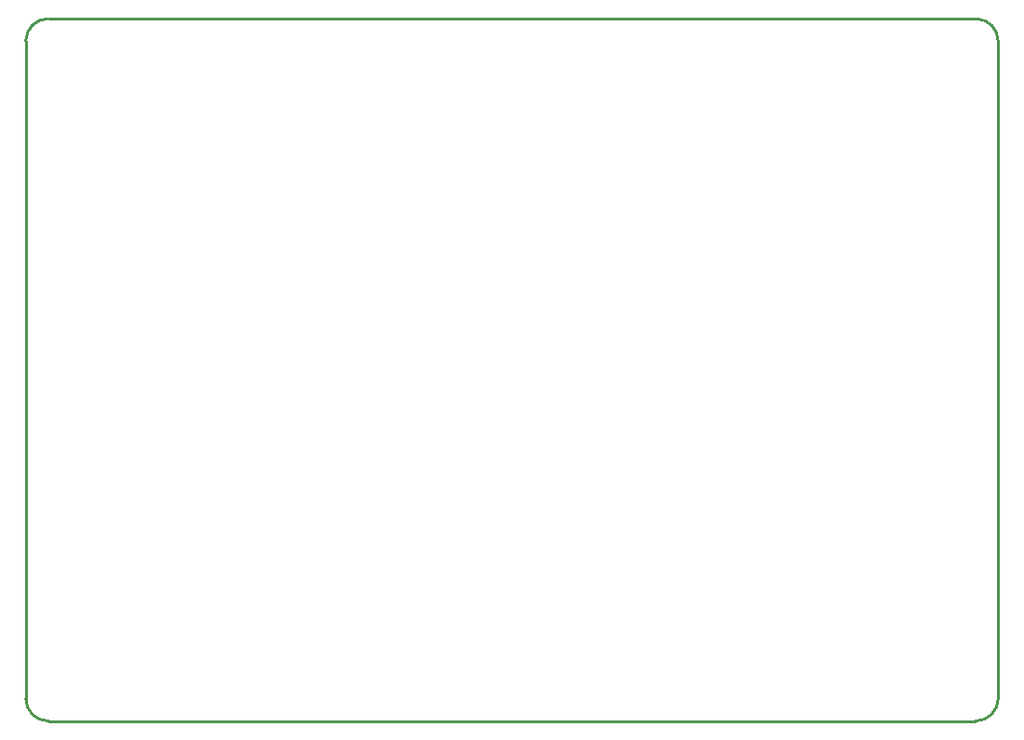
<source format=gko>
G04*
G04 #@! TF.GenerationSoftware,Altium Limited,Altium Designer,24.5.2 (23)*
G04*
G04 Layer_Color=16711935*
%FSLAX24Y24*%
%MOIN*%
G70*
G04*
G04 #@! TF.SameCoordinates,26E0946A-0AB7-4A17-999B-C9CC4906AAC0*
G04*
G04*
G04 #@! TF.FilePolarity,Positive*
G04*
G01*
G75*
%ADD13C,0.0100*%
D13*
X32950Y24350D02*
G03*
X32151Y25149I-799J0D01*
G01*
X-1069Y25150D02*
G03*
X-1868Y24351I0J-799D01*
G01*
X32151Y1D02*
G03*
X32950Y800I0J799D01*
G01*
X-1868Y799D02*
G03*
X-1069Y0I799J0D01*
G01*
X-1069Y25150D02*
X32150Y25150D01*
X32950Y800D02*
X32950Y24350D01*
X-1868Y799D02*
X-1868Y24351D01*
X-1069Y0D02*
X32150D01*
M02*

</source>
